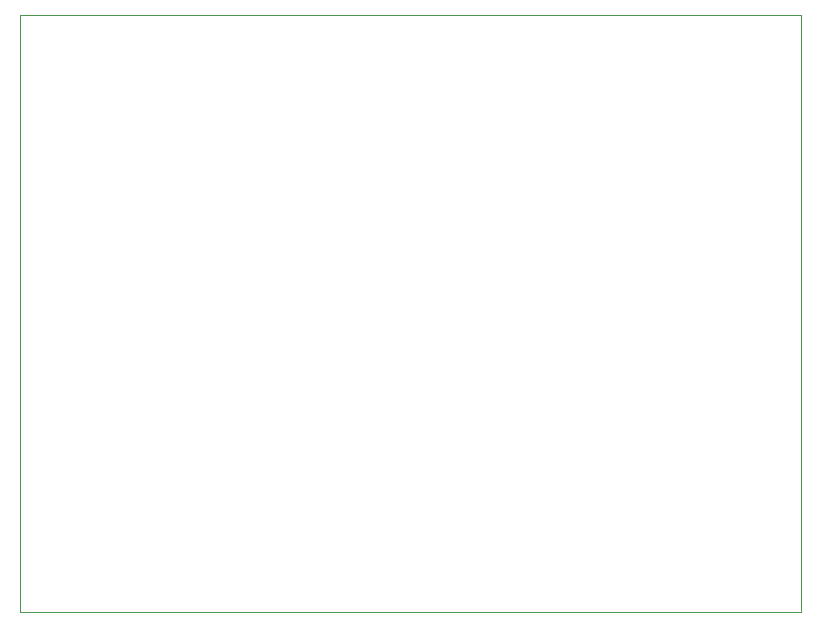
<source format=gbr>
%TF.GenerationSoftware,KiCad,Pcbnew,8.0.8*%
%TF.CreationDate,2025-03-29T12:34:23-04:00*%
%TF.ProjectId,h-bridge,682d6272-6964-4676-952e-6b696361645f,rev?*%
%TF.SameCoordinates,Original*%
%TF.FileFunction,Profile,NP*%
%FSLAX46Y46*%
G04 Gerber Fmt 4.6, Leading zero omitted, Abs format (unit mm)*
G04 Created by KiCad (PCBNEW 8.0.8) date 2025-03-29 12:34:23*
%MOMM*%
%LPD*%
G01*
G04 APERTURE LIST*
%TA.AperFunction,Profile*%
%ADD10C,0.050000*%
%TD*%
G04 APERTURE END LIST*
D10*
X94900000Y-69000000D02*
X161000000Y-69000000D01*
X161000000Y-119500000D01*
X94900000Y-119500000D01*
X94900000Y-69000000D01*
M02*

</source>
